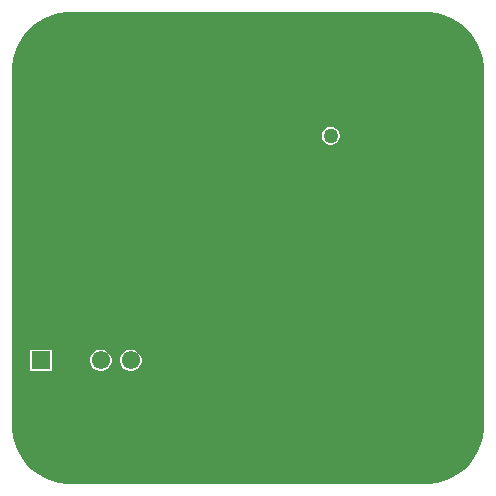
<source format=gbl>
G04*
G04 #@! TF.GenerationSoftware,Altium Limited,Altium Designer,25.8.1 (18)*
G04*
G04 Layer_Physical_Order=2*
G04 Layer_Color=16711680*
%FSLAX25Y25*%
%MOIN*%
G70*
G04*
G04 #@! TF.SameCoordinates,5F4BCF80-B969-4178-B288-3F93E2E3A1E2*
G04*
G04*
G04 #@! TF.FilePolarity,Positive*
G04*
G01*
G75*
%ADD52O,0.03937X0.07874*%
%ADD53C,0.06102*%
%ADD54R,0.06102X0.06102*%
%ADD55C,0.01968*%
%ADD56C,0.15748*%
%ADD57C,0.05000*%
G36*
X141644Y157143D02*
X144136Y156476D01*
X146520Y155488D01*
X148755Y154198D01*
X150802Y152627D01*
X152627Y150802D01*
X154198Y148755D01*
X155488Y146520D01*
X156476Y144136D01*
X157143Y141644D01*
X157480Y139085D01*
Y137795D01*
Y19685D01*
Y18395D01*
X157143Y15836D01*
X156476Y13344D01*
X155488Y10960D01*
X154198Y8725D01*
X152627Y6678D01*
X150802Y4853D01*
X148755Y3282D01*
X146520Y1992D01*
X144136Y1005D01*
X141644Y337D01*
X139085Y0D01*
X19685D01*
X18395Y0D01*
X15836Y337D01*
X13344Y1005D01*
X10960Y1992D01*
X8725Y3282D01*
X6678Y4853D01*
X4853Y6678D01*
X3282Y8725D01*
X1992Y10960D01*
X1005Y13344D01*
X337Y15836D01*
X-0Y18395D01*
X0Y19685D01*
Y19685D01*
X0Y137795D01*
Y139085D01*
X337Y141644D01*
X1005Y144136D01*
X1992Y146520D01*
X3282Y148755D01*
X4853Y150802D01*
X6678Y152627D01*
X8725Y154198D01*
X10960Y155488D01*
X13344Y156476D01*
X15836Y157143D01*
X18395Y157480D01*
X19685Y157480D01*
X19685Y157480D01*
X139085D01*
X141644Y157143D01*
D02*
G37*
%LPC*%
G36*
X106694Y119142D02*
X105904D01*
X105141Y118937D01*
X104457Y118542D01*
X103899Y117984D01*
X103504Y117300D01*
X103299Y116537D01*
Y115747D01*
X103504Y114984D01*
X103899Y114300D01*
X104457Y113741D01*
X105141Y113346D01*
X105904Y113142D01*
X106694D01*
X107457Y113346D01*
X108141Y113741D01*
X108700Y114300D01*
X109095Y114984D01*
X109299Y115747D01*
Y116537D01*
X109095Y117300D01*
X108700Y117984D01*
X108141Y118542D01*
X107457Y118937D01*
X106694Y119142D01*
D02*
G37*
G36*
X40153Y44890D02*
X39217D01*
X38314Y44648D01*
X37505Y44180D01*
X36843Y43519D01*
X36376Y42709D01*
X36134Y41806D01*
Y40871D01*
X36376Y39968D01*
X36843Y39158D01*
X37505Y38497D01*
X38314Y38029D01*
X39217Y37787D01*
X40153D01*
X41056Y38029D01*
X41866Y38497D01*
X42527Y39158D01*
X42994Y39968D01*
X43236Y40871D01*
Y41806D01*
X42994Y42709D01*
X42527Y43519D01*
X41866Y44180D01*
X41056Y44648D01*
X40153Y44890D01*
D02*
G37*
G36*
X30153D02*
X29217D01*
X28314Y44648D01*
X27505Y44180D01*
X26843Y43519D01*
X26376Y42709D01*
X26134Y41806D01*
Y40871D01*
X26376Y39968D01*
X26843Y39158D01*
X27505Y38497D01*
X28314Y38029D01*
X29217Y37787D01*
X30153D01*
X31056Y38029D01*
X31866Y38497D01*
X32527Y39158D01*
X32994Y39968D01*
X33236Y40871D01*
Y41806D01*
X32994Y42709D01*
X32527Y43519D01*
X31866Y44180D01*
X31056Y44648D01*
X30153Y44890D01*
D02*
G37*
G36*
X13236D02*
X6134D01*
Y37787D01*
X13236D01*
Y44890D01*
D02*
G37*
%LPD*%
D52*
X95748Y137815D02*
D03*
Y152776D02*
D03*
Y19665D02*
D03*
Y4705D02*
D03*
X61732Y152776D02*
D03*
Y137815D02*
D03*
Y4705D02*
D03*
Y19665D02*
D03*
D53*
X19685Y41339D02*
D03*
X29685D02*
D03*
X39685D02*
D03*
D54*
X9685D02*
D03*
D55*
X148032Y148032D02*
D03*
Y124410D02*
D03*
Y116536D02*
D03*
Y108662D02*
D03*
Y100787D02*
D03*
Y92914D02*
D03*
Y85040D02*
D03*
Y77166D02*
D03*
Y69291D02*
D03*
Y61417D02*
D03*
Y37795D02*
D03*
Y29921D02*
D03*
X140158Y124410D02*
D03*
Y37795D02*
D03*
Y6299D02*
D03*
X132284Y77166D02*
D03*
Y69291D02*
D03*
Y37795D02*
D03*
Y6299D02*
D03*
X124410Y148032D02*
D03*
Y140158D02*
D03*
Y69291D02*
D03*
Y61417D02*
D03*
Y37795D02*
D03*
Y29921D02*
D03*
Y22047D02*
D03*
Y14173D02*
D03*
Y6299D02*
D03*
X116536Y148032D02*
D03*
Y69291D02*
D03*
Y61417D02*
D03*
Y29921D02*
D03*
Y22047D02*
D03*
Y14173D02*
D03*
Y6299D02*
D03*
X108662Y69291D02*
D03*
Y61417D02*
D03*
Y22047D02*
D03*
Y14173D02*
D03*
Y6299D02*
D03*
X100787Y69291D02*
D03*
X92914Y116536D02*
D03*
Y69291D02*
D03*
X85040Y6299D02*
D03*
X77166D02*
D03*
X69291Y148032D02*
D03*
Y108662D02*
D03*
Y100787D02*
D03*
Y53543D02*
D03*
Y45669D02*
D03*
Y6299D02*
D03*
X61417Y37795D02*
D03*
Y29921D02*
D03*
X53543Y148032D02*
D03*
Y140158D02*
D03*
Y132284D02*
D03*
Y77166D02*
D03*
Y69291D02*
D03*
Y29921D02*
D03*
Y22047D02*
D03*
Y14173D02*
D03*
Y6299D02*
D03*
X45669Y148032D02*
D03*
Y140158D02*
D03*
Y132284D02*
D03*
Y22047D02*
D03*
Y14173D02*
D03*
Y6299D02*
D03*
X37795Y148032D02*
D03*
Y140158D02*
D03*
Y132284D02*
D03*
Y124410D02*
D03*
Y22047D02*
D03*
Y14173D02*
D03*
Y6299D02*
D03*
X29921Y148032D02*
D03*
Y124410D02*
D03*
Y6299D02*
D03*
X22047Y124410D02*
D03*
Y116536D02*
D03*
Y108662D02*
D03*
Y6299D02*
D03*
X14173Y124410D02*
D03*
Y116536D02*
D03*
Y108662D02*
D03*
Y77166D02*
D03*
Y69291D02*
D03*
Y61417D02*
D03*
Y6299D02*
D03*
X6299Y140158D02*
D03*
Y132284D02*
D03*
Y124410D02*
D03*
Y116536D02*
D03*
Y108662D02*
D03*
Y100787D02*
D03*
Y92914D02*
D03*
Y85040D02*
D03*
Y77166D02*
D03*
Y69291D02*
D03*
Y61417D02*
D03*
Y53543D02*
D03*
Y29921D02*
D03*
Y22047D02*
D03*
Y14173D02*
D03*
X104528Y94291D02*
D03*
Y98622D02*
D03*
X100197Y94291D02*
D03*
Y98622D02*
D03*
D56*
X19685Y19685D02*
D03*
X137795D02*
D03*
Y137795D02*
D03*
X19685D02*
D03*
D57*
X106299Y116142D02*
D03*
X122047Y102362D02*
D03*
Y82677D02*
D03*
X82677Y106299D02*
D03*
X21654Y94488D02*
D03*
X27559Y76772D02*
D03*
X57087Y45276D02*
D03*
M02*

</source>
